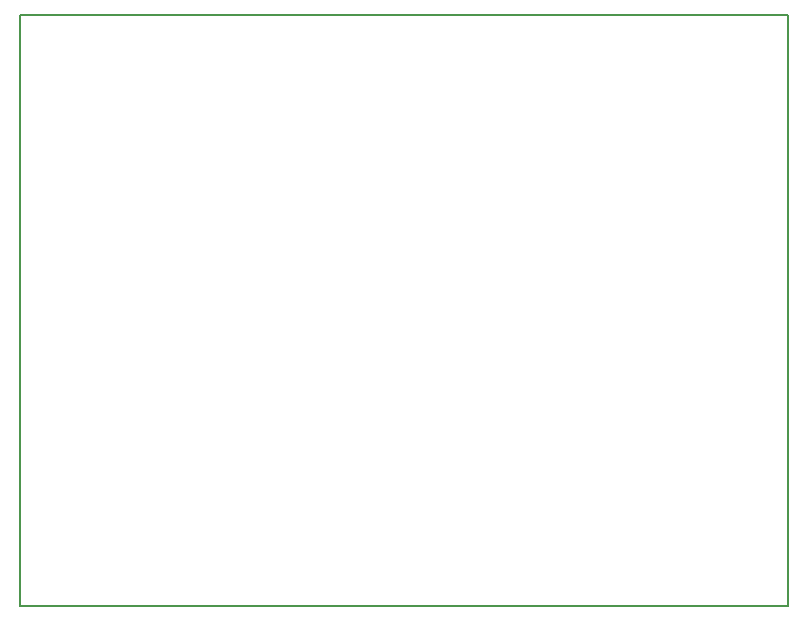
<source format=gm1>
G04*
G04 #@! TF.GenerationSoftware,Altium Limited,Altium Designer,21.9.1 (22)*
G04*
G04 Layer_Color=16711935*
%FSAX44Y44*%
%MOMM*%
G71*
G04*
G04 #@! TF.SameCoordinates,86785AD5-1920-4A7D-B972-61179B801B7D*
G04*
G04*
G04 #@! TF.FilePolarity,Positive*
G04*
G01*
G75*
%ADD12C,0.2000*%
D12*
X01350000Y01200000D02*
Y01700000D01*
X02000000D01*
X02000000Y01200000D01*
X01350000D02*
X02000000D01*
M02*

</source>
